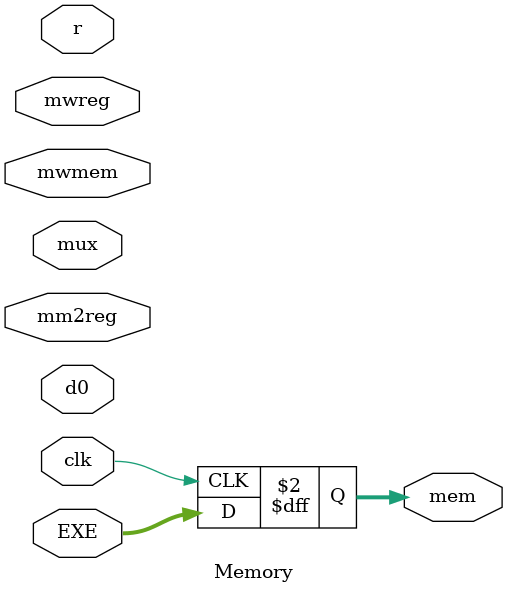
<source format=v>
`timescale 1ns / 1ps
module Memory(
input clk,
input [31:0] EXE,
input mwreg,
input mm2reg,
input mwmem,
input [4:0] mux,
input [31:0] r,
input [31:0] d0,
output reg [31:0] mem
    );

Data_Memory DM(mwmem,r,d0);

always @(posedge clk)
begin
	mem<=EXE;
end

endmodule

</source>
